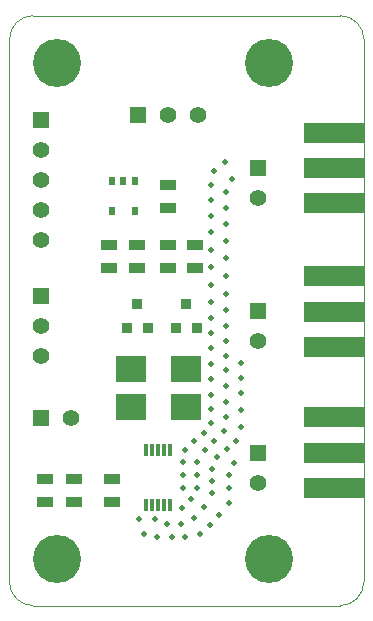
<source format=gts>
G04 #@! TF.FileFunction,Soldermask,Top*
%FSLAX46Y46*%
G04 Gerber Fmt 4.6, Leading zero omitted, Abs format (unit mm)*
G04 Created by KiCad (PCBNEW 0.201501172016+5377~20~ubuntu14.04.1-product) date Sun 18 Jan 2015 11:08:57 AM PST*
%MOMM*%
G01*
G04 APERTURE LIST*
%ADD10C,0.100000*%
%ADD11R,1.397000X0.889000*%
%ADD12R,1.397000X1.397000*%
%ADD13C,1.397000*%
%ADD14C,4.064000*%
%ADD15R,5.080000X1.800000*%
%ADD16R,0.914400X0.914400*%
%ADD17R,0.508000X0.762000*%
%ADD18R,0.300000X1.100000*%
%ADD19R,2.600000X2.250000*%
%ADD20C,0.500000*%
G04 APERTURE END LIST*
D10*
X128000000Y-99950000D02*
G75*
G03X130000000Y-97950000I0J2000000D01*
G01*
X100000000Y-97950000D02*
G75*
G03X102000000Y-99950000I2000000J0D01*
G01*
X130000000Y-52000000D02*
G75*
G03X128000000Y-50000000I-2000000J0D01*
G01*
X102000000Y-50000000D02*
G75*
G03X100000000Y-52000000I0J-2000000D01*
G01*
X128000000Y-50000000D02*
X102000000Y-50000000D01*
X130000000Y-97900000D02*
X130000000Y-52000000D01*
X102000000Y-99950000D02*
X128000000Y-99950000D01*
X100000000Y-52000000D02*
X100000000Y-97900000D01*
D11*
X113450000Y-64347500D03*
X113450000Y-66252500D03*
D12*
X121000000Y-62930000D03*
D13*
X121000000Y-65470000D03*
D11*
X113400000Y-69447500D03*
X113400000Y-71352500D03*
X115700000Y-69447500D03*
X115700000Y-71352500D03*
D14*
X104000000Y-54000000D03*
X122000000Y-54000000D03*
X104000000Y-96000000D03*
X122000000Y-96000000D03*
D11*
X108450000Y-69447500D03*
X108450000Y-71352500D03*
X110800000Y-69447500D03*
X110800000Y-71352500D03*
X108700000Y-89247500D03*
X108700000Y-91152500D03*
D12*
X102650000Y-58800000D03*
D13*
X102650000Y-61340000D03*
X102650000Y-63880000D03*
X102650000Y-66420000D03*
X102650000Y-68960000D03*
D12*
X102650000Y-73760000D03*
D13*
X102650000Y-76300000D03*
X102650000Y-78840000D03*
D12*
X110910000Y-58400000D03*
D13*
X113450000Y-58400000D03*
X115990000Y-58400000D03*
D15*
X127460000Y-75050000D03*
X127460000Y-72050000D03*
X127460000Y-78050000D03*
X127460000Y-87000000D03*
X127460000Y-84000000D03*
X127460000Y-90000000D03*
D12*
X121000000Y-75030000D03*
D13*
X121000000Y-77570000D03*
D12*
X121000000Y-87030000D03*
D13*
X121000000Y-89570000D03*
D16*
X111689000Y-76416000D03*
X109911000Y-76416000D03*
X110800000Y-74384000D03*
X115839000Y-76416000D03*
X114061000Y-76416000D03*
X114950000Y-74384000D03*
D11*
X105500000Y-89247500D03*
X105500000Y-91152500D03*
X103000000Y-89247500D03*
X103000000Y-91152500D03*
D17*
X110602500Y-63980000D03*
X108697500Y-63980000D03*
X110602500Y-66520000D03*
X109650000Y-63980000D03*
X108697500Y-66520000D03*
D18*
X113600000Y-86750000D03*
X113100000Y-86750000D03*
X112600000Y-86750000D03*
X112100000Y-86750000D03*
X111600000Y-86750000D03*
X111584000Y-91450000D03*
X112092000Y-91450000D03*
X112600000Y-91450000D03*
X113108000Y-91450000D03*
X113616000Y-91450000D03*
D19*
X110250000Y-83100000D03*
X114950000Y-83100000D03*
X114950000Y-79900000D03*
X110250000Y-79900000D03*
D15*
X127460000Y-62900000D03*
X127460000Y-59900000D03*
X127460000Y-65900000D03*
D12*
X102630000Y-84100000D03*
D13*
X105170000Y-84100000D03*
D20*
X112350000Y-92650000D03*
X113350000Y-93000000D03*
X114500000Y-93000000D03*
X115600000Y-92550000D03*
X116500000Y-91600000D03*
X117150000Y-90450000D03*
X117150000Y-89400000D03*
X117150000Y-88350000D03*
X117600000Y-87400000D03*
X118400000Y-86700000D03*
X114650000Y-90000000D03*
X114650000Y-88900000D03*
X114650000Y-87800000D03*
X114900000Y-86800000D03*
X115650000Y-86050000D03*
X116450000Y-85300000D03*
X117100000Y-84450000D03*
X117100000Y-83300000D03*
X117100000Y-82100000D03*
X117100000Y-80800000D03*
X117100000Y-79500000D03*
X117100000Y-78150000D03*
X117100000Y-76900000D03*
X117100000Y-75600000D03*
X117100000Y-74250000D03*
X117100000Y-72800000D03*
X117100000Y-71300000D03*
X117100000Y-69800000D03*
X117100000Y-68350000D03*
X117100000Y-67000000D03*
X117100000Y-65600000D03*
X117100000Y-64350000D03*
X117350000Y-63150000D03*
X118250000Y-62400000D03*
X114600000Y-91650000D03*
X115350000Y-90950000D03*
X115850000Y-90000000D03*
X115850000Y-88900000D03*
X115850000Y-87800000D03*
X116550000Y-86800000D03*
X117350000Y-86000000D03*
X118150000Y-85200000D03*
X119150000Y-86000000D03*
X119600000Y-84850000D03*
X118350000Y-83950000D03*
X118350000Y-82700000D03*
X118350000Y-81350000D03*
X118350000Y-80000000D03*
X118350000Y-78800000D03*
X118350000Y-77550000D03*
X118350000Y-76300000D03*
X118350000Y-74950000D03*
X118350000Y-73550000D03*
X118350000Y-72050000D03*
X118350000Y-70550000D03*
X118350000Y-69050000D03*
X118350000Y-67650000D03*
X118350000Y-66250000D03*
X118350000Y-64950000D03*
X118850000Y-63850000D03*
X119600000Y-83350000D03*
X119600000Y-81950000D03*
X119600000Y-80700000D03*
X119600000Y-79400000D03*
X110950000Y-92650000D03*
X111350000Y-93850000D03*
X112500000Y-94150000D03*
X113750000Y-94150000D03*
X114850000Y-94150000D03*
X116100000Y-93850000D03*
X116950000Y-93100000D03*
X117750000Y-92250000D03*
X118550000Y-91250000D03*
X118550000Y-89950000D03*
X118550000Y-88850000D03*
X119000000Y-87900000D03*
M02*

</source>
